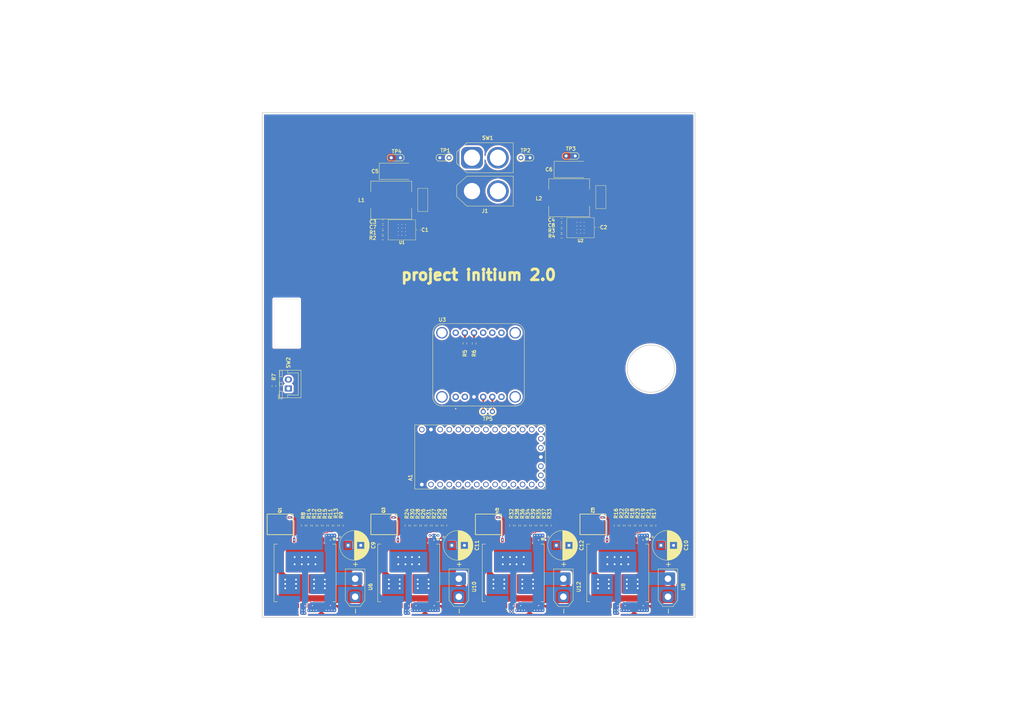
<source format=kicad_pcb>
(kicad_pcb (version 20241229) (generator "pcbnew") (generator_version "9.0")
  (layers (0 "F.Cu" signal) (2 "B.Cu" signal) (13 "F.Paste" user) (15 "B.Paste" user) (5 "F.SilkS" user "F.Silkscreen") (7 "B.SilkS" user "B.Silkscreen") (1 "F.Mask" user) (3 "B.Mask" user) (25 "Edge.Cuts" user))
  (net 0 "")
  (net 2 "/TX (IMU)")
  (net 3 "/Motor 2 IN A")
  (net 4 "/Motor 3 PWM")
  (net 5 "/Motor 4 IN A")
  (net 7 "/Motor 2 IN B")
  (net 9 "GND")
  (net 10 "/Motor 2 PWM")
  (net 15 "/Motor 1 IN B")
  (net 16 "/RX (IMU)")
  (net 17 "/Motor 4 PWM")
  (net 18 "+5V")
  (net 22 "/Motor 4 IN B")
  (net 23 "/Motor 3 IN A")
  (net 24 "/Motor 1 PWM")
  (net 26 "/Motor 3 IN B")
  (net 29 "/Motor 1 IN A")
  (net 32 "+12V")
  (net 33 "Net-(D1-K)")
  (net 34 "Net-(U1-BOOT)")
  (net 35 "Net-(D2-K)")
  (net 36 "Net-(U2-BOOT)")
  (net 37 "+3V3")
  (net 38 "Net-(C9-Pad1)")
  (net 39 "Net-(C10-Pad1)")
  (net 40 "Net-(C11-Pad1)")
  (net 41 "Net-(C12-Pad1)")
  (net 42 "Net-(Q1-G)")
  (net 43 "Net-(Q2-G)")
  (net 44 "Net-(Q3-G)")
  (net 45 "Net-(Q4-G)")
  (net 46 "/Motors Enable")
  (net 47 "Net-(U1-VSENSE)")
  (net 48 "Net-(U2-VSENSE)")
  (net 49 "Net-(U9-ENA{slash}DIAGA)")
  (net 50 "Net-(U9-ENB{slash}DIAGB)")
  (net 51 "Net-(U9-INA)")
  (net 52 "Net-(U9-INB)")
  (net 53 "Net-(U9-PWM)")
  (net 54 "Net-(J1-POS)")
  (net 63 "Net-(U3-P0)")
  (net 64 "Net-(U3-P1)")
  (net 65 "Net-(U5-ENA{slash}DIAGA)")
  (net 66 "Net-(U5-ENB{slash}DIAGB)")
  (net 67 "Net-(U5-INA)")
  (net 68 "Net-(U5-INB)")
  (net 69 "Net-(U5-PWM)")
  (net 70 "Net-(U7-ENA{slash}DIAGA)")
  (net 71 "Net-(U7-ENB{slash}DIAGB)")
  (net 72 "Net-(U7-INA)")
  (net 73 "Net-(U7-INB)")
  (net 74 "Net-(U7-PWM)")
  (net 75 "Net-(U11-ENA{slash}DIAGA)")
  (net 76 "Net-(U11-ENB{slash}DIAGB)")
  (net 77 "Net-(U11-INA)")
  (net 78 "Net-(U11-INB)")
  (net 79 "Net-(U11-PWM)")
  (net 86 "/Motor 1/Motor Out B")
  (net 87 "/Motor 1/Motor Out A")
  (net 90 "/Motor 2/Motor Out B")
  (net 91 "/Motor 2/Motor Out A")
  (net 94 "/Motor 3/Motor Out B")
  (net 95 "/Motor 3/Motor Out A")
  (net 96 "/Motor 4/Motor Out A")
  (net 97 "/Motor 4/Motor Out B")
  (footprint "Resistor_SMD:R_0603_1608Metric" (layer "F.Cu") (at 158.875 151.999292 -90)
    (property "Reference" "R33")
    (property "Value" "3K3")
  )
  (footprint "TestPoint:TestPoint_2Pads_Pitch2.54mm_Drill0.8mm" (layer "F.Cu") (at 163.5 49.5)
    (property "Reference" "TP3")
    (property "Value" "TestPoint_2Pole")
  )
  (footprint "Resistor_SMD:R_0603_1608Metric" (layer "F.Cu") (at 92.125001 151.999291 -90)
    (property "Reference" "R14")
    (property "Value" "1K")
  )
  (footprint "Capacitor_Tantalum_SMD:CP_EIA-7343-15_Kemet-W_Pad2.25x2.55mm_HandSolder" (layer "F.Cu") (at 116.25 53.75)
    (property "Reference" "C5")
    (property "Value" "220u")
  )
  (footprint "TestPoint:TestPoint_2Pads_Pitch2.54mm_Drill0.8mm" (layer "F.Cu") (at 115 50)
    (property "Reference" "TP4")
    (property "Value" "TestPoint_2Pole")
  )
  (footprint "Capacitor_SMD:C_0603_1608Metric" (layer "F.Cu") (at 112.675 69.25)
    (property "Reference" "C7")
    (property "Value" "0.1u")
  )
  (footprint "initium20:8-DFN (5x6)" (layer "F.Cu") (at 112.949999 151.685003 90)
    (property "Reference" "Q3")
    (property "Value" "AON6354")
  )
  (footprint "initium20:8-DFN (5x6)" (layer "F.Cu") (at 141.95 151.684294 90)
    (property "Reference" "Q4")
    (property "Value" "AON6354")
  )
  (footprint "Capacitor_SMD:C_0603_1608Metric" (layer "F.Cu") (at 122.5 70 -90)
    (property "Reference" "C1")
    (property "Value" "10u")
  )
  (footprint "Connector_AMASS:AMASS_XT30UPB-M_1x02_P5.0mm_Vertical" (layer "F.Cu") (at 162.750001 171.749292 90)
    (property "Reference" "U12")
    (property "Value" "XT30UPB-M")
  )
  (footprint "Resistor_SMD:R_0603_1608Metric" (layer "F.Cu") (at 101.125001 151.999291 -90)
    (property "Reference" "R9")
    (property "Value" "3K3")
  )
  (footprint "Capacitor_THT:CP_Radial_D8.0mm_P3.50mm" (layer "F.Cu") (at 189.797349 157.499293)
    (property "Reference" "C10")
    (property "Value" "470u")
  )
  (footprint "Capacitor_THT:CP_Radial_D8.0mm_P3.50mm" (layer "F.Cu") (at 103.047349 157.499292)
    (property "Reference" "C9")
    (property "Value" "470u")
  )
  (footprint "Capacitor_THT:CP_Radial_D8.0mm_P3.50mm" (layer "F.Cu") (at 160.797348 157.499293)
    (property "Reference" "C12")
    (property "Value" "470u")
  )
  (footprint "Resistor_SMD:R_0603_1608Metric" (layer "F.Cu") (at 112.675 72.25 180)
    (property "Reference" "R2")
    (property "Value" "5k9")
  )
  (footprint "Connector_AMASS:AMASS_XT60-M_1x02_P7.20mm_Vertical" (layer "F.Cu") (at 137.4 50)
    (property "Reference" "SW1")
    (property "Value" "SW_SPST")
  )
  (footprint "Resistor_SMD:R_0603_1608Metric" (layer "F.Cu") (at 90.625001 151.999291 -90)
    (property "Reference" "R8")
    (property "Value" "3K3")
  )
  (footprint "Resistor_SMD:R_0603_1608Metric" (layer "F.Cu") (at 181.875 151.999294 -90)
    (property "Reference" "R18")
    (property "Value" "10K")
  )
  (footprint "Connector_AMASS:AMASS_XT30UPB-M_1x02_P5.0mm_Vertical" (layer "F.Cu") (at 105.000001 171.749292 90)
    (property "Reference" "U6")
    (property "Value" "XT30UPB-M")
  )
  (footprint "initium20:8-DFN (5x6)" (layer "F.Cu") (at 170.949999 151.684295 90)
    (property "Reference" "Q2")
    (property "Value" "AON6354")
  )
  (footprint "Resistor_SMD:R_0603_1608Metric" (layer "F.Cu") (at 82.475 113.325 -90)
    (property "Reference" "R7")
    (property "Value" "1K")
  )
  (footprint "Resistor_SMD:R_0603_1608Metric" (layer "F.Cu") (at 162.25 70.25)
    (property "Reference" "R3")
    (property "Value" "10K")
  )
  (footprint "Resistor_SMD:R_0603_1608Metric" (layer "F.Cu") (at 186.375 151.999292 -90)
    (property "Reference" "R21")
    (property "Value" "1K")
  )
  (footprint "Resistor_SMD:R_0603_1608Metric" (layer "F.Cu") (at 151.374999 151.999294 -90)
    (property "Reference" "R36")
    (property "Value" "1K")
  )
  (footprint "initium20:TI_SO-PowerPAD-8" (layer "F.Cu") (at 117.95 70)
    (property "Reference" "U1")
    (property "Value" "TPS5430DDA")
  )
  (footprint "Connector_AMASS:AMASS_XT30UPB-M_1x02_P5.0mm_Vertical" (layer "F.Cu") (at 133.75 171.75 90)
    (property "Reference" "U10")
    (property "Value" "XT30UPB-M")
  )
  (footprint "initium20:DIOM5025X220N" (layer "F.Cu") (at 173.15 60.9 90)
    (property "Reference" "D2" (hide yes))
    (property "Value" "SS54" (hide yes))
  )
  (footprint "initium20:VNH5019ATR-E" (layer "F.Cu") (at 177.85 165.149293 -90)
    (property "Reference" "U7" (hide yes))
    (property "Value" "VNH5019ATR-E" (hide yes))
  )
  (footprint "Resistor_SMD:R_0603_1608Metric" (layer "F.Cu") (at 148.375 151.999293 -90)
    (property "Reference" "R32")
    (property "Value" "3K3")
  )
  (footprint "Capacitor_SMD:C_0603_1608Metric" (layer "F.Cu") (at 162.25 68.75)
    (property "Reference" "C8")
    (property "Value" "0.1u")
  )
  (footprint "Resistor_SMD:R_0603_1608Metric" (layer "F.Cu") (at 119.375 152.000001 -90)
    (property "Reference" "R24")
    (property "Value" "3K3")
  )
  (footprint "Connector_JST:JST_XH_B2B-XH-A_1x02_P2.50mm_Vertical" (layer "F.Cu") (at 86.475 114 90)
    (property "Reference" "SW2")
    (property "Value" "SW_SPST")
  )
  (footprint "initium20:MODULE_4754" (layer "F.Cu") (at 139.23 107.424)
    (property "Reference" "U3")
    (property "Value" "4754")
  )
  (footprint "Resistor_SMD:R_0603_1608Metric" (layer "F.Cu") (at 162.25 71.75 180)
    (property "Reference" "R4")
    (property "Value" "3K24")
  )
  (footprint "Resistor_SMD:R_0603_1608Metric" (layer "F.Cu") (at 95.125 151.999291 -90)
    (property "Reference" "R10")
    (property "Value" "10K")
  )
  (footprint "Resistor_SMD:R_0603_1608Metric" (layer "F.Cu") (at 183.374999 151.999292 -90)
    (property "Reference" "R23")
    (property "Value" "1K")
  )
  (footprint "Resistor_SMD:R_0603_1608Metric" (layer "F.Cu") (at 149.875 151.999294 -90)
    (property "Reference" "R38")
    (property "Value" "1K")
  )
  (footprint "Capacitor_Tantalum_SMD:CP_EIA-7343-15_Kemet-W_Pad2.25x2.55mm_HandSolder" (layer "F.Cu") (at 164.75 53.25)
    (property "Reference" "C6")
    (property "Value" "220u")
  )
  (footprint "Resistor_SMD:R_0603_1608Metric" (layer "F.Cu") (at 180.375 151.999294 -90)
    (property "Reference" "R20")
    (property "Value" "1K")
  )
  (footprint "TestPoint:TestPoint_2Pads_Pitch2.54mm_Drill0.8mm" (layer "F.Cu") (at 140.52 120.409)
    (property "Reference" "TP5")
    (property "Value" "TestPoint_2Pole")
  )
  (footprint "TestPoint:TestPoint_2Pads_Pitch2.54mm_Drill0.8mm" (layer "F.Cu") (at 128.5 50)
    (property "Reference" "TP1")
    (property "Value" "TestPoint_2Pole")
  )
  (footprint "Resistor_SMD:R_0603_1608Metric" (layer "F.Cu") (at 184.874999 151.999293 -90)
    (property "Reference" "R19")
    (property "Value" "1K")
  )
  (footprint "Resistor_SMD:R_0603_1608Metric" (layer "F.Cu") (at 152.875001 151.999294 -90)
    (property "Reference" "R34")
    (property "Value" "10K")
  )
  (footprint "initium20:VNH5019ATR-E" (layer "F.Cu") (at 119.85 165.150001 -90)
    (property "Reference" "U9" (hide yes))
    (property "Value" "VNH5019ATR-E" (hide yes))
  )
  (footprint "Inductor_SMD:L_APV_APH1040" (layer "F.Cu") (at 115 61.75 180)
    (property "Reference" "L1")
    (property "Value" "15uH")
  )
  (footprint "Resistor_SMD:R_0603_1608Metric" (layer "F.Cu") (at 96.625 151.999291 -90)
    (property "Reference" "R15")
    (property "Value" "1K")
  )
  (footprint "Connector_AMASS:AMASS_XT30UPB-M_1x02_P5.0mm_Vertical" (layer "F.Cu") (at 191.75 171.749292 90)
    (property "Reference" "U8")
    (property "Value" "XT30UPB-M")
  )
  (footprint "initium20:pacman" (layer "F.Cu") (at 89.572591 48.25)
    (property "Reference" "U4" (hide yes))
    (property "Value" "~")
  )
  (footprint "Resistor_SMD:R_0603_1608Metric" (layer "F.Cu") (at 122.375 152.000002 -90)
    (property "Reference" "R28")
    (property "Value" "1K")
  )
  (footprint "Resistor_SMD:R_0603_1608Metric" (layer "F.Cu") (at 112.675 70.75)
    (property "Reference" "R1")
    (property "Value" "10K")
  )
  (footprint "Resistor_SMD:R_0603_1608Metric" (layer "F.Cu") (at 125.374998 152.000001 -90)
    (property "Reference" "R31")
    (property "Value" "1K")
  )
  (footprint "Resistor_SMD:R_0603_1608Metric" (layer "F.Cu") (at 123.875 152.000002 -90)
    (property "Reference" "R26")
    (property "Value" "10K")
  )
  (footprint "Capacitor_THT:CP_Radial_D8.0mm_P3.50mm" (layer "F.Cu") (at 131.797347 157.500001)
    (property "Reference" "C11")
    (property "Value" "470u")
  )
  (footprint "Resistor_SMD:R_0603_1608Metric" (layer "F.Cu") (at 155.874999 151.999292 -90)
    (property "Reference" "R35")
    (property "Value" "1K")
  )
  (footprint "Resistor_SMD:R_0603_1608Metric" (layer "F.Cu") (at 154.374999 151.999293 -90)
    (property "Reference" "R39")
    (property "Value" "1K")
  )
  (footprint "Resistor_SMD:R_0603_1608Metric" (layer "F.Cu") (at 187.875 151.999292 -90)
    (property "Reference" "R17")
    (property "Value" "3K3")
  )
  (footprint "Resistor_SMD:R_0603_1608Metric" (layer "F.Cu") (at 178.875 151.999294 -90)
    (property "Reference" "R22")
    (property "Value" "1K")
  )
  (footprint "TestPoint:TestPoint_2Pads_Pitch2.54mm_Drill0.8mm" (layer "F.Cu") (at 153.5 50 180)
    (property "Reference" "TP2")
    (property "Value" "TestPoint_2Pole")
  )
  (footprint "Resistor_SMD:R_0603_1608Metric" (layer "F.Cu") (at 99.625001 151.999291 -90)
    (property "Reference" "R13")
    (property "Value" "1K")
  )
  (footprint "Resistor_SMD:R_0603_1608Metric" (layer "F.Cu") (at 157.375001 151.999292 -90)
    (property "Reference" "R37")
    (property "Value" "1K")
  )
  (footprint "Resistor_SMD:R_0603_1608Metric" (layer "F.Cu") (at 137.98 101.499 90)
    (property "Reference" "R6")
    (property "Value" "R")
  )
  (footprint "initium20:VNH5019ATR-E" (layer "F.Cu") (at 148.85 165.149293 -90)
    (property "Reference" "U11" (hide yes))
    (property "Value" "VNH5019ATR-E" (hide yes))
  )
  (footprint "Resistor_SMD:R_0603_1608Metric" (layer "F.Cu") (at 120.875 152.000002 -90)
    (property "Reference" "R30")
    (property "Value" "1K")
  )
  (footprint "Resistor_SMD:R_0603_1608Metric" (layer "F.Cu") (at 128.375 152 -90)
    (property "Reference" "R29")
    (property "Value" "1K")
  )
  (footprint "Resistor_SMD:R_0603_1608Metric" (layer "F.Cu") (at 177.375001 151.999293 -90)
    (property "Reference" "R16")
    (property "Value" "3K3")
  )
  (footprint "Resistor_SMD:R_0603_1608Metric" (layer "F.Cu") (at 98.125001 151.999291 -90)
    (property "Reference" "R11")
    (property "Value" "1K")
  )
  (footprint "Capacitor_SMD:C_0603_1608Metric" (layer "F.Cu") (at 162.25 67.25 180)
    (property "Reference" "C4")
    (property "Value" "10n")
  )
  (footprint "initium20:DIOM5025X220N" (layer "F.Cu") (at 123.75 61.7 90)
    (property "Reference" "D1" (hide yes))
    (property "Value" "SS54" (hide yes))
  )
  (footprint "Capacitor_SMD:C_0603_1608Metric" (layer "F.Cu") (at 112.675 67.75 180)
    (property "Reference" "C3")
    (property "Value" "10n")
  )
  (footprint "Resistor_SMD:R_0603_1608Metric" (layer "F.Cu") (at 93.625001 151.999291 -90)
    (property "Reference" "R12")
    (property "Value" "1K")
  )
  (footprint "initium20:VNH5019ATR-E" (layer "F.Cu") (at 91.100001 165.149292 -90)
    (property "Reference" "U5" (hide yes))
    (property "Value" "VNH5019ATR-E" (hide yes))
  )
  (footprint "Resistor_SMD:R_0603_1608Metric" (layer "F.Cu") (at 126.874999 152.000002 -90)
    (property "Reference" "R27")
    (property "Value" "1K")
  )
  (footprint "initium20:MODULE_DEV-15583" (layer "F.Cu") (at 140 133 90)
    (property "Reference" "A1")
    (property "Value" "TEENSY_4.0")
  )
  (footprint "Connector_AMASS:AMASS_XT60-M_1x02_P7.20mm_Vertical" (layer "F.Cu") (at 137.4 59.25)
    (property "Reference" "J1")
    (property "Value" "XT60-M")
  )
  (footprint "Resistor_SMD:R_0603_1608Metric" (layer "F.Cu") (at 129.875 152.000002 -90)
    (property "Reference" "R25")
    (property "Value" "3K3")
  )
  (footprint "Capacitor_SMD:C_0603_1608Metric" (layer "F.Cu") (at 172.1 69.3 -90)
    (property "Reference" "C2")
    (property "Value" "10u")
  )
  (footprint "Resistor_SMD:R_0603_1608Metric" (layer "F.Cu") (at 135.44 101.499 -90)
    (property "Reference" "R5")
    (property "Value" "R")
  )
  (footprint "initium20:TI_SO-PowerPAD-8" (layer "F.Cu") (at 167.5 69.4)
    (property "Reference" "U2")
    (property "Value" "TPS5430DDA")
  )
  (footprint "Inductor_SMD:L_APV_APH1040" (layer "F.Cu") (at 164.35 61.1 180)
    (property "Reference" "L2")
    (property "Value" "15uH")
  )
  (footprint "initium20:8-DFN (5x6)" (layer "F.Cu") (at 84.2 151.684291 90)
    (property "Reference" "Q1")
    (property "Value" "AON6354")
  )
  (gr_rect (start 79.25 37.5) (end 199.25 177.5) (stroke (width 0.2)) (fill no) (layer "Edge.Cuts"))
  (gr_circle (center 187 108.5) (end 191.25 113.5) (stroke (width 0.2)) (fill no) (layer "Edge.Cuts"))
  (gr_poly (pts (xy 82.500001 102.5) (xy 82.5 89.25) (xy 89.5 89.25) (xy 89.5 102.5)) (stroke (width 0.05)) (fill no) (layer "Edge.Cuts"))
  (gr_text "project initium 2.0" (at 139.25 82.5 0) (layer "F.SilkS") (effects (font (size 3 3) (thickness 0.75) (bold yes))))
  (segment (start 143.06 116.389) (end 143.06 120.409) (width 0.2) (layer "F.Cu") (net 2))
  (segment (start 187.875 151.174292) (end 186.375 151.174292) (width 0.2) (layer "F.Cu") (net 3))
  (segment (start 158.874999 151.174292) (end 157.375001 151.174292) (width 0.2) (layer "F.Cu") (net 5))
  (segment (start 178.875 151.174292) (end 177.375 151.174292) (width 0.2) (layer "F.Cu") (net 7))
  (via (at 148 176.249292) (size 0.7) (drill 0.3) (layers "F.Cu" "B.Cu") (net 9))
  (via (at 148.75 176.249292) (size 0.7) (drill 0.3) (layers "F.Cu" "B.Cu") (net 9))
  (segment (start 92.125001 151.174292) (end 90.625001 151.174292) (width 0.2) (layer "F.Cu") (net 15))
  (segment (start 140.52 116.389) (end 140.52 120.409) (width 0.2) (layer "F.Cu") (net 16))
  (segment (start 161.55 59.15) (end 159.6 61.1) (width 3) (layer "F.Cu") (net 18))
  (segment (start 161.55 51.45) (end 161.55 53.25) (width 3) (layer "F.Cu") (net 18))
  (segment (start 161 68.75) (end 159.6 67.35) (width 1) (layer "F.Cu") (net 18))
  (segment (start 159.6 67.35) (end 159.6 61.1) (width 1) (layer "F.Cu") (net 18))
  (segment (start 161.475 68.75) (end 161.475 70.2) (width 1) (layer "F.Cu") (net 18))
  (segment (start 161.55 53.25) (end 161.55 59.15) (width 3) (layer "F.Cu") (net 18))
  (segment (start 163.5 49.5) (end 161.55 51.45) (width 3) (layer "F.Cu") (net 18))
  (segment (start 161.475 68.75) (end 161 68.75) (width 1) (layer "F.Cu") (net 18))
  (segment (start 149.874999 151.174292) (end 148.375001 151.174292) (width 0.2) (layer "F.Cu") (net 22))
  (segment (start 129.874998 151.175) (end 128.375 151.175) (width 0.2) (layer "F.Cu") (net 23))
  (segment (start 120.874999 151.175) (end 119.375 151.175) (width 0.2) (layer "F.Cu") (net 26))
  (segment (start 101.125001 151.174292) (end 99.625001 151.174292) (width 0.2) (layer "F.Cu") (net 29))
  (segment (start 170.275 68.765) (end 171.86 68.765) (width 1) (layer "F.Cu") (net 32))
  (segment (start 122.36 69.365) (end 122.5 69.225) (width 1) (layer "F.Cu") (net 32))
  (segment (start 171.86 68.765) (end 172.1 68.525) (width 1) (layer "F.Cu") (net 32))
  (segment (start 120.65 69.365) (end 122.36 69.365) (width 1) (layer "F.Cu") (net 32))
  (via (at 128 154.75) (size 0.7) (drill 0.3) (layers "F.Cu" "B.Cu") (net 32))
  (segment (start 113.45 67.75) (end 114.905 67.75) (width 0.2) (layer "F.Cu") (net 34))
  (segment (start 114.905 67.75) (end 115.25 68.095) (width 0.2) (layer "F.Cu") (net 34))
  (segment (start 163.025 67.25) (end 164.555 67.25) (width 0.2) (layer "F.Cu") (net 36))
  (segment (start 164.555 67.25) (end 164.8 67.495) (width 0.2) (layer "F.Cu") (net 36))
  (segment (start 110.25 68.25) (end 110.25 61.75) (width 1) (layer "F.Cu") (net 37))
  (segment (start 111.9 69.25) (end 111.25 69.25) (width 1) (layer "F.Cu") (net 37))
  (segment (start 113.05 53.75) (end 113.05 51.95) (width 3) (layer "F.Cu") (net 37))
  (segment (start 113.05 51.95) (end 115 50) (width 3) (layer "F.Cu") (net 37))
  (segment (start 113.05 58.95) (end 110.25 61.75) (width 3) (layer "F.Cu") (net 37))
  (segment (start 113.05 53.75) (end 113.05 58.95) (width 3) (layer "F.Cu") (net 37))
  (segment (start 111.9 69.25) (end 111.9 70.7) (width 1) (layer "F.Cu") (net 37))
  (segment (start 111.25 69.25) (end 110.25 68.25) (width 1) (layer "F.Cu") (net 37))
  (via (at 90.25 175.499291) (size 0.7) (drill 0.3) (layers "F.Cu" "B.Cu") (net 38))
  (via (at 91.100001 174.249291) (size 0.7) (drill 0.3) (layers "F.Cu" "B.Cu") (net 38))
  (via (at 90.25 176.249291) (size 0.7) (drill 0.3) (layers "F.Cu" "B.Cu") (net 38))
  (via (at 91.000001 176.249292) (size 0.7) (drill 0.3) (layers "F.Cu" "B.Cu") (net 38))
  (via (at 91 175.499291) (size 0.7) (drill 0.3) (layers "F.Cu" "B.Cu") (net 38))
  (via (at 177.000001 175.499291) (size 0.7) (drill 0.3) (layers "F.Cu" "B.Cu") (net 39))
  (via (at 177.750001 175.499292) (size 0.7) (drill 0.3) (layers "F.Cu" "B.Cu") (net 39))
  (via (at 177.849999 174.249292) (size 0.7) (drill 0.3) (layers "F.Cu" "B.Cu") (net 39))
  (via (at 177.000001 176.249292) (size 0.7) (drill 0.3) (layers "F.Cu" "B.Cu") (net 39))
  (via (at 177.750001 176.249292) (size 0.7) (drill 0.3) (layers "F.Cu" "B.Cu") (net 39))
  (via (at 119.749999 176.25) (size 0.7) (drill 0.3) (layers "F.Cu" "B.Cu") (net 40))
  (via (at 119.000001 175.499999) (size 0.7) (drill 0.3) (layers "F.Cu" "B.Cu") (net 40))
  (via (at 119.749999 175.5) (size 0.7) (drill 0.3) (layers "F.Cu" "B.Cu") (net 40))
  (via (at 119.849999 174.25) (size 0.7) (drill 0.3) (layers "F.Cu" "B.Cu") (net 40))
  (via (at 118.999999 176.25) (size 0.7) (drill 0.3) (layers "F.Cu" "B.Cu") (net 40))
  (via (at 148.85 174.249292) (size 0.7) (drill 0.3) (layers "F.Cu" "B.Cu") (net 41))
  (via (at 148 175.499292) (size 0.7) (drill 0.3) (layers "F.Cu" "B.Cu") (net 41))
  (via (at 148.75 175.499292) (size 0.7) (drill 0.3) (layers "F.Cu" "B.Cu") (net 41))
  (segment (start 88.100001 156.049292) (end 88.100001 155.999291) (width 0.2) (layer "F.Cu") (net 42))
  (via (at 125.75 154.75) (size 0.7) (drill 0.3) (layers "F.Cu" "B.Cu") (net 42))
  (via (at 88.100001 155.999291) (size 0.7) (drill 0.3) (layers "F.Cu" "B.Cu") (net 42))
  (via (at 86.875 149.749292) (size 0.7) (drill 0.3) (layers "F.Cu" "B.Cu") (net 42))
  (segment (start 87.500001 149.749292) (end 86.875 149.749292) (width 0.2) (layer "B.Cu") (net 42))
  (segment (start 88.100001 155.999291) (end 88.100001 150.349292) (width 0.2) (layer "B.Cu") (net 42))
  (segment (start 88.100001 150.349292) (end 87.500001 149.749292) (width 0.2) (layer "B.Cu") (net 42))
  (segment (start 174.849999 156.049293) (end 174.849999 155.999292) (width 0.2) (layer "F.Cu") (net 43))
  (via (at 174.849999 155.999292) (size 0.7) (drill 0.3) (layers "F.Cu" "B.Cu") (net 43))
  (via (at 173.624998 149.749293) (size 0.7) (drill 0.3) (layers "F.Cu" "B.Cu") (net 43))
  (segment (start 174.85 150.349293) (end 174.25 149.749293) (width 0.2) (layer "B.Cu") (net 43))
  (segment (start 174.849999 155.999292) (end 174.85 150.349293) (width 0.2) (layer "B.Cu") (net 43))
  (segment (start 174.25 149.749293) (end 173.624998 149.749293) (width 0.2) (layer "B.Cu") (net 43))
  (segment (start 116.849999 156.050002) (end 116.849998 155.999999) (width 0.2) (layer "F.Cu") (net 44))
  (via (at 116.849998 155.999999) (size 0.7) (drill 0.3) (layers "F.Cu" "B.Cu") (net 44))
  (via (at 115.624998 149.750001) (size 0.7) (drill 0.3) (layers "F.Cu" "B.Cu") (net 44))
  (segment (start 116.849998 155.999999) (end 116.849999 150.350002) (width 0.2) (layer "B.Cu") (net 44))
  (segment (start 116.25 149.750001) (end 115.624998 149.750001) (width 0.2) (layer "B.Cu") (net 44))
  (segment (start 116.849999 150.350002) (end 116.25 149.750001) (width 0.2) (layer "B.Cu") (net 44))
  (segment (start 145.85 156.049293) (end 145.85 155.999292) (width 0.2) (layer "F.Cu") (net 45))
  (via (at 144.624999 149.749293) (size 0.7) (drill 0.3) (layers "F.Cu" "B.Cu") (net 45))
  (via (at 145.85 155.999292) (size 0.7) (drill 0.3) (layers "F.Cu" "B.Cu") (net 45))
  (segment (start 145.85 150.349294) (end 145.249999 149.749293) (width 0.2) (layer "B.Cu") (net 45))
  (segment (start 145.249999 149.749293) (end 144.624999 149.749293) (width 0.2) (layer "B.Cu") (net 45))
  (segment (start 145.85 155.999292) (end 145.85 150.349294) (width 0.2) (layer "B.Cu") (net 45))
  (segment (start 113.5 72.25) (end 114.905 72.25) (width 1) (layer "F.Cu") (net 47))
  (segment (start 113.5 70.75) (end 113.5 72.25) (width 1) (layer "F.Cu") (net 47))
  (segment (start 114.905 72.25) (end 115.25 71.905) (width 1) (layer "F.Cu") (net 47))
  (segment (start 164.355 71.75) (end 164.8 71.305) (width 1) (layer "F.Cu") (net 48))
  (segment (start 163.075 70.25) (end 163.075 71.75) (width 1) (layer "F.Cu") (net 48))
  (segment (start 163.075 71.75) (end 164.355 71.75) (width 1) (layer "F.Cu") (net 48))
  (segment (start 122.849998 155.149999) (end 122.849997 156.05) (width 0.2) (layer "F.Cu") (net 49))
  (segment (start 126.564063 152.825002) (end 125.863064 153.526) (width 0.2) (layer "F.Cu") (net 49))
  (segment (start 125.863064 153.526) (end 125.241098 153.526) (width 0.2) (layer "F.Cu") (net 49))
  (segment (start 125.241098 153.526) (end 124.668099 154.099002) (width 0.2) (layer "F.Cu") (net 49))
  (segment (start 123.901 154.099002) (end 122.849998 155.149999) (width 0.2) (layer "F.Cu") (net 49))
  (segment (start 124.668099 154.099002) (end 123.901 154.099002) (width 0.2) (layer "F.Cu") (net 49))
  (segment (start 126.874999 152.825002) (end 126.564063 152.825002) (width 0.2) (layer "F.Cu") (net 49))
  (segment (start 125.4072 153.927001) (end 124.834201 154.500001) (width 0.2) (layer "F.Cu") (net 51))
  (segment (start 123.849998 154.900001) (end 123.849999 156.05) (width 0.2) (layer "F.Cu") (net 51))
  (segment (start 124.834201 154.500001) (end 124.249997 154.5) (width 0.2) (layer "F.Cu") (net 51))
  (segment (start 127.449998 153.75) (end 126.206163 153.75) (width 0.2) (layer "F.Cu") (net 51))
  (segment (start 128.375 152.825002) (end 127.449998 153.75) (width 0.2) (layer "F.Cu") (net 51))
  (segment (start 126.029164 153.927001) (end 125.4072 153.927001) (width 0.2) (layer "F.Cu") (net 51))
  (segment (start 124.249997 154.5) (end 123.849998 154.900001) (width 0.2) (layer "F.Cu") (net 51))
  (segment (start 126.206163 153.75) (end 126.029164 153.927001) (width 0.2) (layer "F.Cu") (net 51))
  (segment (start 118.499998 154.249999) (end 117.849998 154.899999) (width 0.2) (layer "F.Cu") (net 52))
  (segment (start 120.874998 153.625001) (end 120.249999 154.250001) (width 0.2) (layer "F.Cu") (net 52))
  (segment (start 117.849998 154.899999) (end 117.849998 156.050001) (width 0.2) (layer "F.Cu") (net 52))
  (segment (start 120.875 152.825002) (end 120.874998 153.625001) (width 0.2) (layer "F.Cu") (net 52))
  (segment (start 120.249999 154.250001) (end 118.499998 154.249999) (width 0.2) (layer "F.Cu") (net 52))
  (segment (start 120.85 156.05) (end 120.849999 155.465501) (width 0.2) (layer "F.Cu") (net 53))
  (segment (start 124.501999 153.698001) (end 125.374998 152.824999) (width 0.2) (layer "F.Cu") (net 53))
  (segment (start 120.849999 155.465501) (end 122.6175 153.698001) (width 0.2) (layer "F.Cu") (net 53))
  (segment (start 122.6175 153.698001) (end 124.501999 153.698001) (width 0.2) (layer "F.Cu") (net 53))
  (segment (start 135.44 98.609) (end 135.44 100.674) (width 0.2) (layer "F.Cu") (net 63))
  (segment (start 137.98 98.609) (end 137.98 100.674) (width 0.2) (layer "F.Cu") (net 64))
  (segment (start 96.491101 153.525292) (end 95.9181 154.098292) (width 0.2) (layer "F.Cu") (net 65))
  (segment (start 97.113065 153.525292) (end 96.491101 153.525292) (width 0.2) (layer "F.Cu") (net 65))
  (segment (start 97.814064 152.824292) (end 97.113065 153.525292) (width 0.2) (layer "F.Cu") (net 65))
  (segment (start 94.100001 155.149292) (end 94.100001 156.049292) (width 0.2) (layer "F.Cu") (net 65))
  (segment (start 95.151002 154.098291) (end 94.100001 155.149292) (width 0.2) (layer "F.Cu") (net 65))
  (segment (start 95.9181 154.098292) (end 95.151002 154.098291) (width 0.2) (layer "F.Cu") (net 65))
  (segment (start 98.125001 152.824291) (end 97.814064 152.824292) (width 0.2) (layer "F.Cu") (net 65))
  (segment (start 97.279164 153.926292) (end 96.6572 153.926292) (width 0.2) (layer "F.Cu") (net 67))
  (segment (start 96.6572 153.926292) (end 96.084201 154.499292) (width 0.2) (layer "F.Cu") (net 67))
  (segment (start 97.456165 153.749292) (end 97.279164 153.926292) (width 0.2) (layer "F.Cu") (net 67))
  (segment (start 96.084201 154.499292) (end 95.500001 154.499292) (width 0.2) (layer "F.Cu") (net 67))
  (segment (start 95.100002 154.899291) (end 95.100001 156.049292) (width 0.2) (layer "F.Cu") (net 67))
  (segment (start 98.700001 153.749292) (end 97.456165 153.749292) (width 0.2) (layer "F.Cu") (net 67))
  (segment (start 95.500001 154.499292) (end 95.100002 154.899291) (width 0.2) (layer "F.Cu") (net 67))
  (segment (start 99.625 152.824292) (end 98.700001 153.749292) (width 0.2) (layer "F.Cu") (net 67))
  (segment (start 89.1 154.899291) (end 89.1 156.049292) (width 0.2) (layer "F.Cu") (net 68))
  (segment (start 92.125001 152.82429) (end 92.125 153.624291) (width 0.2) (layer "F.Cu") (net 68))
  (segment (start 89.75 154.249291) (end 89.1 154.899291) (width 0.2) (layer "F.Cu") (net 68))
  (segment (start 91.5 154.249291) (end 89.75 154.249291) (width 0.2) (layer "F.Cu") (net 68))
  (segment (start 92.125 153.624291) (end 91.5 154.249291) (width 0.2) (layer "F.Cu") (net 68))
  (segment (start 93.867501 153.697292) (end 95.752 153.697291) (width 0.2) (layer "F.Cu") (net 69))
  (segment (start 92.100001 156.049292) (end 92.100001 155.464791) (width 0.2) (layer "F.Cu") (net 69))
  (segment (start 92.100001 155.464791) (end 93.867501 153.697292) (width 0.2) (layer "F.Cu") (net 69))
  (segment (start 95.752 153.697291) (end 96.625 152.824293) (width 0.2) (layer "F.Cu") (net 69))
  (segment (start 184.564063 152.824294) (end 183.863064 153.525292) (width 0.2) (layer "F.Cu") (net 70))
  (segment (start 180.849999 155.149292) (end 180.849999 156.049292) (width 0.2) (layer "F.Cu") (net 70))
  (segment (start 182.6681 154.098293) (end 181.900999 154.098292) (width 0.2) (layer "F.Cu") (net 70))
  (segment (start 181.900999 154.098292) (end 180.849999 155.149292) (width 0.2) (layer "F.Cu") (net 70))
  (segment (start 183.2411 153.525292) (end 182.6681 154.098293) (width 0.2) (layer "F.Cu") (net 70))
  (segment (start 183.863064 153.525292) (end 183.2411 153.525292) (width 0.2) (layer "F.Cu") (net 70))
  (segment (start 184.874999 152.824294) (end 184.564063 152.824294) (width 0.2) (layer "F.Cu") (net 70))
  (segment (start 183.4072 153.926293) (end 182.8342 154.499292) (width 0.2) (layer "F.Cu") (net 72))
  (segment (start 182.8342 154.499292) (end 182.249999 154.499292) (width 0.2) (layer "F.Cu") (net 72))
  (segment (start 184.029164 153.926293) (end 183.4072 153.926293) (width 0.2) (layer "F.Cu") (net 72))
  (segment (start 181.849999 154.899292) (end 181.85 156.049292) (width 0.2) (layer "F.Cu") (net 72))
  (segment (start 186.375 152.824295) (end 185.45 153.749292) (width 0.2) (layer "F.Cu") (net 72))
  (segment (start 184.206163 153.749291) (end 184.029164 153.926293) (width 0.2) (layer "F.Cu") (net 72))
  (segment (start 182.249999 154.499292) (end 181.849999 154.899292) (width 0.2) (layer "F.Cu") (net 72))
  (segment (start 185.45 153.749292) (end 184.206163 153.749291) (width 0.2) (layer "F.Cu") (net 72))
  (segment (start 176.499999 154.249292) (end 175.849999 154.899292) (width 0.2) (layer "F.Cu") (net 73))
  (segment (start 178.875 152.824292) (end 178.874999 153.624292) (width 0.2) (layer "F.Cu") (net 73))
  (segment (start 178.249999 154.249293) (end 176.499999 154.249292) (width 0.2) (layer "F.Cu") (net 73))
  (segment (start 178.874999 153.624292) (end 178.249999 154.249293) (width 0.2) (layer "F.Cu") (net 73))
  (segment (start 175.849999 154.899292) (end 175.849999 156.049292) (width 0.2) (layer "F.Cu") (net 73))
  (segment (start 180.6175 153.697293) (end 182.502 153.697292) (width 0.2) (layer "F.Cu") (net 74))
  (segment (start 182.502 153.697292) (end 183.374999 152.824292) (width 0.2) (layer "F.Cu") (net 74))
  (segment (start 178.85 155.464792) (end 180.6175 153.697293) (width 0.2) (layer "F.Cu") (net 74))
  (segment (start 178.85 156.049292) (end 178.85 155.464792) (width 0.2) (layer "F.Cu") (net 74))
  (segment (start 154.241099 153.525292) (end 153.6681 154.098292) (width 0.2) (layer "F.Cu") (net 75))
  (segment (start 152.901 154.098292) (end 151.849999 155.149291) (width 0.2) (layer "F.Cu") (net 75))
  (segment (start 151.849999 155.149291) (end 151.849998 156.049292) (width 0.2) (layer "F.Cu") (net 75))
  (segment (start 153.6681 154.098292) (end 152.901 154.098292) (width 0.2) (layer "F.Cu") (net 75))
  (segment (start 155.564064 152.824293) (end 154.863065 153.525292) (width 0.2) (layer "F.Cu") (net 75))
  (segment (start 154.863065 153.525292) (end 154.241099 153.525292) (width 0.2) (layer "F.Cu") (net 75))
  (segment (start 155.875 152.824291) (end 155.564064 152.824293) (width 0.2) (layer "F.Cu") (net 75))
  (segment (start 154.407201 153.926293) (end 153.8342 154.499292) (width 0.2) (layer "F.Cu") (net 77))
  (segment (start 152.85 154.899292) (end 152.85 156.049292) (width 0.2) (layer "F.Cu") (net 77))
  (segment (start 156.449999 153.749292) (end 155.206164 153.749292) (width 0.2) (layer "F.Cu") (net 77))
  (segment (start 155.029165 153.926293) (end 154.407201 153.926293) (width 0.2) (layer "F.Cu") (net 77))
  (segment (start 153.249998 154.499292) (end 152.85 154.899292) (width 0.2) (layer "F.Cu") (net 77))
  (segment (start 157.375 152.824293) (end 156.449999 153.749292) (width 0.2) (layer "F.Cu") (net 77))
  (segment (start 155.206164 153.749292) (end 155.029165 153.926293) (width 0.2) (layer "F.Cu") (net 77))
  (segment (start 153.8342 154.499292) (end 153.249998 154.499292) (width 0.2) (layer "F.Cu") (net 77))
  (segment (start 149.875 152.824292) (end 149.874999 153.624293) (width 0.2) (layer "F.Cu") (net 78))
  (segment (start 146.849999 154.899291) (end 146.85 156.049292) (width 0.2) (layer "F.Cu") (net 78))
  (segment (start 147.499999 154.249291) (end 146.849999 154.899291) (width 0.2) (layer "F.Cu") (net 78))
  (segment (start 149.874999 153.624293) (end 149.25 154.249292) (width 0.2) (layer "F.Cu") (net 78))
  (segment (start 149.25 154.249292) (end 147.499999 154.249291) (width 0.2) (layer "F.Cu") (net 78))
  (segment (start 149.850001 156.049292) (end 149.85 155.464793) (width 0.2) (layer "F.Cu") (net 79))
  (segment (start 151.6175 153.697293) (end 153.502 153.697291) (width 0.2) (layer "F.Cu") (net 79))
  (segment (start 149.85 155.464793) (end 151.6175 153.697293) (width 0.2) (layer "F.Cu") (net 79))
  (segment (start 153.502 153.697291) (end 154.374999 152.824294) (width 0.2) (layer "F.Cu") (net 79))
  (via (at 99.25 154.749291) (size 0.7) (drill 0.3) (layers "F.Cu" "B.Cu") (net 87))
  (via (at 93.150001 174.199291) (size 0.7) (drill 0.3) (layers "F.Cu" "B.Cu") (net 87))
  (via (at 97.000001 154.74929) (size 0.7) (drill 0.3) (layers "F.Cu" "B.Cu") (net 87))
  (via (at 93.500002 175.499292) (size 0.7) (drill 0.3) (layers "F.Cu" "B.Cu") (net 87))
  (via (at 98.500002 175.499292) (size 0.7) (drill 0.3) (layers "F.Cu" "B.Cu") (net 87))
  (via (at 98.500001 154.749291) (size 0.7) (drill 0.3) (layers "F.Cu" "B.Cu") (net 87))
  (via (at 98.1 156.049292) (size 0.7) (drill 0.3) (layers "F.Cu" "B.Cu") (net 87))
  (via (at 97.750001 175.499292) (size 0.7) (drill 0.3) (layers "F.Cu" "B.Cu") (net 87))
  (via (at 98.150001 174.199291) (size 0.7) (drill 0.3) (layers "F.Cu" "B.Cu") (net 87))
  (via (at 91.999999 175.49929) (size 0.7) (drill 0.3) (layers "F.Cu" "B.Cu") (net 87))
  (via (at 99.25 175.499291) (size 0.7) (drill 0.3) (layers "F.Cu" "B.Cu") (net 87))
  (via (at 92.75 175.499293) (size 0.7) (drill 0.3) (layers "F.Cu" "B.Cu") (net 87))
  (via (at 94.25 175.499291) (size 0.7) (drill 0.3) (layers "F.Cu" "B.Cu") (net 87))
  (via (at 97.750002 154.749291) (size 0.7) (drill 0.3) (layers "F.Cu" "B.Cu") (net 87))
  (via (at 96.999999 175.499291) (size 0.7) (drill 0.3) (layers "F.Cu" "B.Cu") (net 87))
  (via (at 178.749998 175.499292) (size 0.7) (drill 0.3) (layers "F.Cu" "B.Cu") (net 91))
  (via (at 186.000001 154.749292) (size 0.7) (drill 0.3) (layers "F.Cu" "B.Cu") (net 91))
  (via (at 180.999999 175.499292) (size 0.7) (drill 0.3) (layers "F.Cu" "B.Cu") (net 91))
  (via (at 185.249999 154.749292) (size 0.7) (drill 0.3) (layers "F.Cu" "B.Cu") (net 91))
  (via (at 185.250001 175.499292) (size 0.7) (drill 0.3) (layers "F.Cu" "B.Cu") (net 91))
  (via (at 179.9 174.199292) (size 0.7) (drill 0.3) (layers "F.Cu" "B.Cu") (net 91))
  (via (at 184.499999 154.749292) (size 0.7) (drill 0.3) (layers "F.Cu" "B.Cu") (net 91))
  (via (at 186.000001 175.499291) (size 0.7) (drill 0.3) (layers "F.Cu" "B.Cu") (net 91))
  (via (at 184.849999 156.049292) (size 0.7) (drill 0.3) (layers "F.Cu" "B.Cu") (net 91))
  (via (at 180.250001 175.499292) (size 0.7) (drill 0.3) (layers "F.Cu" "B.Cu") (net 91))
  (via (at 183.75 175.499292) (size 0.7) (drill 0.3) (layers "F.Cu" "B.Cu") (net 91))
  (via (at 184.499999 175.499294) (size 0.7) (drill 0.3) (layers "F.Cu" "B.Cu") (net 91))
  (via (at 183.75 154.749292) (size 0.7) (drill 0.3) (layers "F.Cu" "B.Cu") (net 91))
  (via (at 179.499999 175.499295) (size 0.7) (drill 0.3) (layers "F.Cu" "B.Cu") (net 91))
  (via (at 184.9 174.199292) (size 0.7) (drill 0.3) (layers "F.Cu" "B.Cu") (net 91))
  (via (at 126.899999 174.200001) (size 0.7) (drill 0.3) (layers "F.Cu" "B.Cu") (net 95))
  (via (at 120.749997 175.499999) (size 0.7) (drill 0.3) (layers "F.Cu" "B.Cu") (net 95))
  (via (at 126.5 154.75) (size 0.7) (drill 0.3) (layers "F.Cu" "B.Cu") (net 95))
  (via (at 126.500001 175.500003) (size 0.7) (drill 0.3) (layers "F.Cu" "B.Cu") (net 95))
  (via (at 121.499999 175.500003) (size 0.7) (drill 0.3) (layers "F.Cu" "B.Cu") (net 95))
  (via (at 127.25 154.75) (size 0.7) (drill 0.3) (layers "F.Cu" "B.Cu") (net 95))
  (via (at 126.849999 156.05) (size 0.7) (drill 0.3) (layers "F.Cu" "B.Cu") (net 95))
  (via (at 121.9 174.200002) (size 0.7) (drill 0.3) (layers "F.Cu" "B.Cu") (net 95))
  (via (at 127.25 175.5) (size 0.7) (drill 0.3) (layers "F.Cu" "B.Cu") (net 95))
  (via (at 122.249999 175.5) (size 0.7) (drill 0.3) (layers "F.Cu" "B.Cu") (net 95))
  (via (at 127.999999 175.5) (size 0.7) (drill 0.3) (layers "F.Cu" "B.Cu") (net 95))
  (via (at 125.749998 175.5) (size 0.7) (drill 0.3) (layers "F.Cu" "B.Cu") (net 95))
  (via (at 122.999998 175.499999) (size 0.7) (drill 0.3) (layers "F.Cu" "B.Cu") (net 95))
  (via (at 154.749999 175.499292) (size 0.7) (drill 0.3) (layers "F.Cu" "B.Cu") (net 96))
  (via (at 155.85 156.049292) (size 0.7) (drill 0.3) (layers "F.Cu" "B.Cu") (net 96))
  (via (at 155.900001 174.199292) (size 0.7) (drill 0.3) (layers "F.Cu" "B.Cu") (net 96))
  (via (at 155.5 154.749292) (size 0.7) (drill 0.3) (layers "F.Cu" "B.Cu") (net 96))
  (via (at 156.25 175.499292) (size 0.7) (drill 0.3) (layers "F.Cu" "B.Cu") (net 96))
  (via (at 150.899999 174.199292) (size 0.7) (drill 0.3) (layers "F.Cu" "B.Cu") (net 96))
  (via (at 156.25 154.749292) (size 0.7) (drill 0.3) (layers "F.Cu" "B.Cu") (net 96))
  (via (at 157 175.499292) (size 0.7) (drill 0.3) (layers "F.Cu" "B.Cu") (net 96))
  (via (at 154.75 154.749292) (size 0.7) (drill 0.3) (layers "F.Cu" "B.Cu") (net 96))
  (via (at 150.5 175.499294) (size 0.7) (drill 0.3) (layers "F.Cu" "B.Cu") (net 96))
  (via (at 155.500001 175.499293) (size 0.7) (drill 0.3) (layers "F.Cu" "B.Cu") (net 96))
  (via (at 151.999999 175.499291) (size 0.7) (drill 0.3) (layers "F.Cu" "B.Cu") (net 96))
  (via (at 151.25 175.499292) (size 0.7) (drill 0.3) (layers "F.Cu" "B.Cu") (net 96))
  (via (at 149.749998 175.49929) (size 0.7) (drill 0.3) (layers "F.Cu" "B.Cu") (net 96))
  (via (at 157 154.749292) (size 0.7) (drill 0.3) (layers "F.Cu" "B.Cu") (net 96))
  (zone (net 40) (net_name "Net-(C11-Pad1)") (layer "F.Cu") (priority 9) (connect_pads yes (clearance 0.5)) (min_thickness 0.25) (fill yes (thermal_gap 0.5) (thermal_bridge_width 0.5) (smoothing chamfer) (radius 0.25))
    (polygon (pts (xy 120.249999 173.500002) (xy 120.249999 176.750002) (xy 118.499998 176.750001) (xy 118.499998 173.500001)))
  )
  (zone (net 95) (net_name "/Motor 3/Motor Out A") (layer "F.Cu") (priority 5) (connect_pads yes (clearance 0.5)) (min_thickness 0.25) (fill yes (thermal_gap 0.5) (thermal_bridge_width 0.5) (smoothing chamfer) (radius 0.25))
    (polygon (pts (xy 120.249999 175.999999) (xy 123.500001 176.000001) (xy 123.499999 175) (xy 122.25 175) (xy 122.249999 173.500001) (xy 121.499999 173.500001) (xy 121.499998 175) (xy 120.249999 175)))
  )
  (zone (net 91) (net_name "/Motor 2/Motor Out A") (layer "F.Cu") (priority 5) (connect_pads yes (clearance 0.5)) (min_thickness 0.25) (fill yes (thermal_gap 0.5) (thermal_bridge_width 0.5) (smoothing chamfer) (radius 0.25))
    (polygon (pts (xy 178.25 175.999292) (xy 181.500001 175.999293) (xy 181.500001 174.999292) (xy 180.25 174.999292) (xy 180.25 173.499294) (xy 179.499999 173.499293) (xy 179.5 174.999292) (xy 178.25 174.999293)))
  )
  (zone (net 40) (net_name "Net-(C11-Pad1)") (layer "F.Cu") (priority 4) (connect_pads yes (clearance 0.5)) (min_thickness 0.25) (fill yes (thermal_gap 0.5) (thermal_bridge_width 0.5) (smoothing chamfer) (radius 0.25))
    (polygon (pts (xy 132.999999 156.250001) (xy 132.999999 165) (xy 114.5 165) (xy 114.499999 155.000001) (xy 115.499999 155.000001) (xy 115.499998 157) (xy 124.249997 157) (xy 124.249998 155.000002) (xy 125.250001 155.000001) (xy 125.250001 157.000001) (xy 127.499997 157) (xy 127.499998 156.250001)))
  )
  (zone (net 41) (net_name "Net-(C12-Pad1)") (layer "F.Cu") (priority 1) (connect_pads yes (clearance 0.5)) (min_thickness 0.25) (fill yes (thermal_gap 0.5) (thermal_bridge_width 0.5) (smoothing chamfer) (radius 0.25))
    (polygon (pts (xy 143.25 149.749292) (xy 140 149.749292) (xy 139.999999 149.249292) (xy 138.5 149.249291) (xy 138.5 153.999291) (xy 140 153.999292) (xy 140 154.999293) (xy 143.5 154.999291) (xy 143.5 156.749292) (xy 144.25 156.749292) (xy 144.25 154.499292) (xy 143.25 154.499292)))
  )
  (zone (net 96) (net_name "/Motor 4/Motor Out A") (layer "F.Cu") (priority 5) (connect_pads yes (clearance 0.5)) (min_thickness 0.25) (fill yes (thermal_gap 0.5) (thermal_bridge_width 0.5) (smoothing chamfer) (radius 0.25))
    (polygon (pts (xy 154.25 175.999291) (xy 157.500001 175.999293) (xy 157.5 174.999292) (xy 156.25 174.999293) (xy 156.25 173.499292) (xy 155.5 173.499292) (xy 155.500001 174.999292) (xy 154.25 174.999292)))
  )
  (zone (net 32) (net_name "+12V") (layer "F.Cu") (connect_pads yes (clearance 0.5)) (min_thickness 0.25) (fill yes (thermal_gap 0.5) (thermal_bridge_width 0.5) (smoothing chamfer) (radius 0.25))
    (polygon (pts (xy 145.25 156.749292) (xy 144.25 156.749292) (xy 144.25 154.499292) (xy 143.749999 154.499292) (xy 143.75 150.499293) (xy 145.5 150.499293) (xy 145.5 155.249293) (xy 145.25 155.249292)))
  )
  (zone (net 39) (net_name "Net-(C10-Pad1)") (layer "F.Cu") (priority 4) (connect_pads yes (clearance 0.5)) (min_thickness 0.25) (fill yes (thermal_gap 0.5) (thermal_bridge_width 0.5) (smoothing chamfer) (radius 0.25))
    (polygon (pts (xy 191 156.249292) (xy 191 164.999293) (xy 172.500001 164.999292) (xy 172.5 154.999292) (xy 173.499999 154.999294) (xy 173.5 156.999292) (xy 182.249999 156.999292) (xy 182.250001 154.999293) (xy 183.25 154.999292) (xy 183.25 156.999292) (xy 185.499999 156.999292) (xy 185.499999 156.249294)))
  )
  (zone (net 97) (net_name "/Motor 4/Motor Out B") (layer "F.Cu") (priority 3) (connect_pads yes (clearance 0.5)) (min_thickness 0.25) (fill yes (thermal_gap 0.5) (thermal_bridge_width 0.5) (smoothing chamfer) (radius 0.25))
    (polygon (pts (xy 164.75 168.499292) (xy 164.750001 173.499293) (xy 147.25 173.499292) (xy 147.25 174.999293) (xy 146.500001 174.999292) (xy 146.5 173.499292) (xy 142.25 173.499292) (xy 142.250001 174.999292) (xy 141.5 174.999293) (xy 141.5 169.999293) (xy 141.5 164.999292) (xy 141.5 155.249293) (xy 142.25 155.249293) (xy 142.25 156.749292) (xy 143.5 156.749292) (xy 143.5 164.999292) (xy 149.749999 164.999293) (xy 149.75 170.999291) (xy 156.25 170.999291) (xy 156.25 168.499291)))
  )
  (zone (net 40) (net_name "Net-(C11-Pad1)") (layer "F.Cu") (priority 1) (connect_pads yes (clearance 0.5)) (min_thickness 0.25) (fill yes (thermal_gap 0.5) (thermal_bridge_width 0.5) (smoothing chamfer) (radius 0.25))
    (polygon (pts (xy 114.250001 149.750001) (xy 110.999999 149.750001) (xy 110.999998 149.25) (xy 109.5 149.25) (xy 109.499999 153.999999) (xy 111 154.000002) (xy 111 155.000001) (xy 114.499999 155.000001) (xy 114.5 156.75) (xy 115.25 156.75) (xy 115.249999 154.5) (xy 114.249999 154.5)))
  )
  (zone (net 38) (net_name "Net-(C9-Pad1)") (layer "F.Cu") (priority 4) (connect_pads yes (clearance 0.5)) (min_thickness 0.25) (fill yes (thermal_gap 0.5) (thermal_bridge_width 0.5) (smoothing chamfer) (radius 0.25))
    (polygon (pts (xy 104.250001 156.249291) (xy 104.250001 164.999292) (xy 85.75 164.999291) (xy 85.75 154.999291) (xy 86.750001 154.999291) (xy 86.750001 156.999292) (xy 95.500001 156.999292) (xy 95.500001 154.999292) (xy 96.500001 154.999291) (xy 96.500001 156.999292) (xy 98.75 156.999291) (xy 98.75 156.249292)))
  )
  (zone (net 38) (net_name "Net-(C9-Pad1)") (layer "F.Cu") (priority 9) (connect_pads yes (clearance 0.5)) (min_thickness 0.25) (fill yes (thermal_gap 0.5) (thermal_bridge_width 0.5) (smoothing chamfer) (radius 0.25))
    (polygon (pts (xy 91.5 173.499292) (xy 91.5 176.749292) (xy 89.75 176.749292) (xy 89.75 173.499292)))
  )
  (zone (net 95) (net_name "/Motor 3/Motor Out A") (layer "F.Cu") (priority 5) (connect_pads yes (clearance 0.5)) (min_thickness 0.25) (fill yes (thermal_gap 0.5) (thermal_bridge_width 0.5) (smoothing chamfer) (radius 0.25))
    (polygon (pts (xy 128.499999 154.250001) (xy 125.250001 154.250001) (xy 125.250001 155.25) (xy 126.500001 155.250002) (xy 126.5 156.750001) (xy 127.249998 156.750001) (xy 127.249999 155.250002) (xy 128.499999 155.25)))
  )
  (zone (net 35) (net_name "Net-(D2-K)") (layer "F.Cu") (priority 11) (connect_pads yes (clearance 0.5)) (min_thickness 0.25) (fill yes (thermal_gap 0.5) (thermal_bridge_width 0.5) (smoothing chamfer) (radius 0.25))
    (polygon (pts (xy 161 67.75) (xy 161.75 67.75) (xy 161.75 66.75) (xy 169.5 66.75) (xy 169.5 67.75) (xy 171 67.75) (xy 171 66.75) (xy 174 66.75) (xy 174 61.75) (xy 171.25 61.75) (xy 171.25 59) (xy 167 59) (xy 167 63.75) (xy 161 63.75)))
  )
  (zone (net 96) (net_name "/Motor 4/Motor Out A") (layer "F.Cu") (priority 5) (connect_pads yes (clearance 0.5)) (min_thickness 0.25) (fill yes (thermal_gap 0.5) (thermal_bridge_width 0.5) (smoothing chamfer) (radius 0.25))
    (polygon (pts (xy 157.5 154.249292) (xy 154.25 154.249292) (xy 154.25 155.249292) (xy 155.500001 155.249292) (xy 155.499999 156.749293) (xy 156.25 156.749292) (xy 156.25 155.249293) (xy 157.5 155.249292)))
  )
  (zone (net 94) (net_name "/Motor 3/Motor Out B") (layer "F.Cu") (priority 3) (connect_pads yes (clearance 0.5)) (min_thickness 0.25) (fill yes (thermal_gap 0.5) (thermal_bridge_width 0.5) (smoothing chamfer) (radius 0.25))
    (polygon (pts (xy 135.749999 168.5) (xy 135.75 173.500001) (xy 118.249999 173.500001) (xy 118.249999 175.000002) (xy 117.499997 175) (xy 117.500001 173.500001) (xy 113.249999 173.500001) (xy 113.25 175) (xy 112.499999 175.000002) (xy 112.499999 170.000002) (xy 112.499999 165) (xy 112.499999 155.250002) (xy 113.249999 155.250002) (xy 113.249999 156.75) (xy 114.5 156.75) (xy 114.5 165) (xy 120.75 165.000001) (xy 120.75 171.000002) (xy 127.249999 171.000001) (xy 127.249999 168.499999)))
  )
  (zone (net 86) (net_name "/Motor 1/Motor Out B") (layer "F.Cu") (priority 3) (connect_pads yes (clearance 0.5)) (min_thickness 0.25) (fill yes (thermal_gap 0.5) (thermal_bridge_width 0.5) (smoothing chamfer) (radius 0.25))
    (polygon (pts (xy 107.000001 168.499292) (xy 107 173.499292) (xy 89.500001 173.499291) (xy 89.500001 174.999292) (xy 88.750002 174.999292) (xy 88.750001 173.499292) (xy 84.5 173.499291) (xy 84.500001 174.999292) (xy 83.750001 174.999292) (xy 83.750001 169.999292) (xy 83.750001 164.999292) (xy 83.750001 155.249292) (xy 84.5 155.249292) (xy 84.5 156.749292) (xy 85.75 156.749291) (xy 85.75 164.999291) (xy 92.000001 164.999292) (xy 92.000001 170.999292) (xy 98.500001 170.999291) (xy 98.500001 168.499291)))
  )
  (zone (net 32) (net_name "+12V") (layer "F.Cu") (connect_pads yes (clearance 0.5)) (min_thickness 0.25) (fill yes (thermal_gap 0.5) (thermal_bridge_width 0.5) (smoothing chamfer) (radius 0.25))
    (polygon (pts (xy 87.500002 156.749291) (xy 86.5 156.749291) (xy 86.500001 154.499292) (xy 86.000001 154.499292) (xy 86.000001 150.499292) (xy 87.750001 150.499292) (xy 87.750001 155.249291) (xy 87.500001 155.249291)))
  )
  (zone (net 95) (net_name "/Motor 3/Motor Out A") (layer "F.Cu") (priority 5) (connect_pads yes (clearance 0.5)) (min_thickness 0.25) (fill yes (thermal_gap 0.5) (thermal_bridge_width 0.5) (smoothing chamfer) (radius 0.25))
    (polygon (pts (xy 125.250001 175.999999) (xy 128.500001 176.000001) (xy 128.499999 175) (xy 127.249999 175.000002) (xy 127.249999 173.500001) (xy 126.500001 173.500001) (xy 126.499997 175) (xy 125.250001 175.000001)))
  )
  (zone (net 32) (net_name "+12V") (layer "F.Cu") (connect_pads yes (clearance 0.5)) (min_thickness 0.25) (fill yes (thermal_gap 0.5) (thermal_bridge_width 0.5) (smoothing chamfer) (radius 0.25))
    (polygon (pts (xy 116.250001 156.750001) (xy 115.25 156.75) (xy 115.249999 154.5) (xy 114.749998 154.5) (xy 114.75 150.500001) (xy 116.5 150.500001) (xy 116.499999 155.250001) (xy 116.25 155.250001)))
  )
  (zone (net 33) (net_name "Net-(D1-K)") (layer "F.Cu") (priority 10) (connect_pads yes (clearance 0.5)) (min_thickness 0.25) (fill yes (thermal_gap 0.5) (thermal_bridge_width 0.5) (smoothing chamfer) (radius 0.25))
    (polygon (pts (xy 111.5 68.25) (xy 112.25 68.25) (xy 112.25 67.25) (xy 119.75 67.25) (xy 119.75 68.5) (xy 124.5 68.5) (xy 124.5 62.5) (xy 122 62.5) (xy 122 59.5) (xy 117.35 59.5) (xy 117.35 64.25) (xy 111.5 64.25)))
  )
  (zone (net 41) (net_name "Net-(C12-Pad1)") (layer "F.Cu") (priority 9) (connect_pads yes (clearance 0.5)) (min_thickness 0.25) (fill yes (thermal_gap 0.5) (thermal_bridge_width 0.5) (smoothing chamfer) (radius 0.25))
    (polygon (pts (xy 149.25 173.499294) (xy 149.25 176.749294) (xy 147.499999 176.749293) (xy 147.499999 173.499293)))
  )
  (zone (net 38) (net_name "Net-(C9-Pad1)") (layer "F.Cu") (priority 1) (connect_pads yes (clearance 0.5)) (min_thickness 0.25) (fill yes (thermal_gap 0.5) (thermal_bridge_width 0.5) (smoothing chamfer) (radius 0.25))
    (polygon (pts (xy 85.500001 149.749292) (xy 82.250001 149.749292) (xy 82.250001 149.249292) (xy 80.750001 149.249292) (xy 80.750001 153.999291) (xy 82.250001 153.99929) (xy 82.250001 154.999292) (xy 85.75 154.999291) (xy 85.75 156.749291) (xy 86.5 156.749291) (xy 86.500001 154.499292) (xy 85.500001 154.499291)))
  )
  (zone (net 96) (net_name "/Motor 4/Motor Out A") (layer "F.Cu") (priority 5) (connect_pads yes (clearance 0.5)) (min_thickness 0.25) (fill yes (thermal_gap 0.5) (thermal_bridge_width 0.5) (smoothing chamfer) (radius 0.25))
    (polygon (pts (xy 149.25 175.999291) (xy 152.500001 175.999293) (xy 152.5 174.999292) (xy 151.250001 174.999292) (xy 151.25 173.499292) (xy 150.5 173.499292) (xy 150.499999 174.999292) (xy 149.25 174.999292)))
  )
  (zone (net 39) (net_name "Net-(C10-Pad1)") (layer "F.Cu") (priority 1) (connect_pads yes (clearance 0.5)) (min_thickness 0.25) (fill yes (thermal_gap 0.5) (thermal_bridge_width 0.5) (smoothing chamfer) (radius 0.25))
    (polygon (pts (xy 172.25 149.749292) (xy 169 149.749292) (xy 169 149.249292) (xy 167.5 149.249292) (xy 167.5 153.999292) (xy 169 153.999292) (xy 169 154.999293) (xy 172.5 154.999292) (xy 172.499999 156.749293) (xy 173.250001 156.749292) (xy 173.250001 154.499292) (xy 172.249999 154.499292)))
  )
  (zone (net 91) (net_name "/Motor 2/Motor Out A") (layer "F.Cu") (priority 5) (connect_pads yes (clearance 0.5)) (min_thickness 0.25) (fill yes (thermal_gap 0.5) (thermal_bridge_width 0.5) (smoothing chamfer) (radius 0.25))
    (polygon (pts (xy 186.499999 154.249293) (xy 183.25 154.249293) (xy 183.25 155.249293) (xy 184.499999 155.249293) (xy 184.5 156.749293) (xy 185.25 156.749293) (xy 185.249999 155.249294) (xy 186.5 155.249293)))
  )
  (zone (net 90) (net_name "/Motor 2/Motor Out B") (layer "F.Cu") (priority 3) (connect_pads yes (clearance 0.5)) (min_thickness 0.25) (fill yes (thermal_gap 0.5) (thermal_bridge_width 0.5) (smoothing chamfer) (radius 0.25))
    (polygon (pts (xy 193.750001 168.499292) (xy 193.75 173.499293) (xy 176.249999 173.499293) (xy 176.249999 174.999293) (xy 175.499999 174.999292) (xy 175.5 173.499292) (xy 171.25 173.499294) (xy 171.25 174.999292) (xy 170.499999 174.999293) (xy 170.499999 169.999294) (xy 170.5 164.999293) (xy 170.499999 155.249294) (xy 171.249999 155.249294) (xy 171.25 156.749293) (xy 172.499999 156.749293) (xy 172.500001 164.999292) (xy 178.75 164.999293) (xy 178.75 170.999292) (xy 185.25 170.999292) (xy 185.25 168.499292)))
  )
  (zone (net 87) (net_name "/Motor 1/Motor Out A") (layer "F.Cu") (priority 5) (connect_pads yes (clearance 0.5)) (min_thickness 0.25) (fill yes (thermal_gap 0.5) (thermal_bridge_width 0.5) (smoothing chamfer) (radius 0.25))
    (polygon (pts (xy 91.5 175.99929) (xy 94.750002 175.999292) (xy 94.750001 174.999292) (xy 93.500001 174.999292) (xy 93.5 173.499291) (xy 92.75 173.499291) (xy 92.750001 174.999292) (xy 91.5 174.999291)))
  )
  (zone (net 87) (net_name "/Motor 1/Motor Out A") (layer "F.Cu") (priority 5) (connect_pads yes (clearance 0.5)) (min_thickness 0.25) (fill yes (thermal_gap 0.5) (thermal_bridge_width 0.5) (smoothing chamfer) (radius 0.25))
    (polygon (pts (xy 96.500001 175.99929) (xy 99.750002 175.999292) (xy 99.750001 174.999292) (xy 98.500001 174.999292) (xy 98.500001 173.499291) (xy 97.750001 173.499292) (xy 97.750002 174.999292) (xy 96.500001 174.999292)))
  )
  (zone (net 91) (net_name "/Motor 2/Motor Out A") (layer "F.Cu") (priority 5) (connect_pads yes (clearance 0.5)) (min_thickness 0.25) (fill yes (thermal_gap 0.5) (thermal_bridge_width 0.5) (smoothing chamfer) (radius 0.25))
    (polygon (pts (xy 183.25 175.999292) (xy 186.500002 175.999293) (xy 186.499999 174.999292) (xy 185.249999 174.999293) (xy 185.249999 173.499293) (xy 184.5 173.499293) (xy 184.499999 174.999292) (xy 183.25 174.999292)))
  )
  (zone (net 41) (net_name "Net-(C12-Pad1)") (layer "F.Cu") (priority 4) (connect_pads yes (clearance 0.5)) (min_thickness 0.25) (fill yes (thermal_gap 0.5) (thermal_bridge_width 0.5) (smoothing chamfer) (radius 0.25))
    (polygon (pts (xy 162 156.249291) (xy 162 164.999292) (xy 143.5 164.999292) (xy 143.5 154.999291) (xy 144.5 154.999292) (xy 144.499999 156.999292) (xy 153.249998 156.999292) (xy 153.249999 154.999294) (xy 154.25 154.999291) (xy 154.25 156.999292) (xy 156.499999 156.999291) (xy 156.499999 156.249293)))
  )
  (zone (net 39) (net_name "Net-(C10-Pad1)") (layer "F.Cu") (priority 9) (connect_pads yes (clearance 0.5)) (min_thickness 0.25) (fill yes (thermal_gap 0.5) (thermal_bridge_width 0.5) (smoothing chamfer) (radius 0.25))
    (polygon (pts (xy 178.25 173.499293) (xy 178.25 176.749293) (xy 176.499999 176.749294) (xy 176.499999 173.499294)))
  )
  (zone (net 32) (net_name "+12V") (layer "F.Cu") (connect_pads yes (clearance 0.5)) (min_thickness 0.25) (fill yes (thermal_gap 0.5) (thermal_bridge_width 0.5) (smoothing chamfer) (radius 0.25))
    (polygon (pts (xy 174.249999 156.749292) (xy 173.250001 156.749292) (xy 173.250001 154.499292) (xy 172.75 154.499292) (xy 172.750001 150.499293) (xy 174.5 150.499294) (xy 174.5 155.249292) (xy 174.25 155.249292)))
  )
  (zone (net 87) (net_name "/Motor 1/Motor Out A") (layer "F.Cu") (priority 5) (connect_pads yes (clearance 0.5)) (min_thickness 0.25) (fill yes (thermal_gap 0.5) (thermal_bridge_width 0.5) (smoothing chamfer) (radius 0.25))
    (polygon (pts (xy 99.750001 154.249291) (xy 96.500002 154.249291) (xy 96.500001 155.249291) (xy 97.750001 155.249291) (xy 97.750001 156.749292) (xy 98.500001 156.749292) (xy 98.500001 155.249292) (xy 99.750001 155.249291)))
  )
  (zone (net 9) (net_name "GND") (layers "F.Cu" "B.Cu") (connect_pads yes (clearance 0.5)) (min_thickness 0.25) (fill yes (thermal_gap 0.5) (thermal_bridge_width 0.5) (smoothing chamfer) (radius 0.25))
    (polygon (pts (xy 6.5 6.25) (xy 290.5 6.25) (xy 290.5 206.25) (xy 6.5 206.25)))
  )
  (zone (net 91) (net_name "/Motor 2/Motor Out A") (layers "F.Cu" "B.Cu") (priority 2) (connect_pads yes (clearance 0.5)) (min_thickness 0.25) (fill yes (thermal_gap 0.5) (thermal_bridge_width 0.5) (smoothing chamfer) (radius 0.25))
    (polygon (pts (xy 193.750001 164.999292) (xy 178.75 164.999293) (xy 178.75 170.999292) (xy 185.25 170.999292) (xy 185.25 168.499292) (xy 193.750001 168.499292)))
  )
  (zone (net 95) (net_name "/Motor 3/Motor Out A") (layers "F.Cu" "B.Cu") (priority 2) (connect_pads yes (clearance 0.5)) (min_thickness 0.25) (fill yes (thermal_gap 0.5) (thermal_bridge_width 0.5) (smoothing chamfer) (radius 0.25))
    (polygon (pts (xy 135.75 165) (xy 120.75 165.000001) (xy 120.75 171.000002) (xy 127.249999 171.000001) (xy 127.249999 168.499999) (xy 135.749999 168.5)))
  )
  (zone (net 96) (net_name "/Motor 4/Motor Out A") (layers "F.Cu" "B.Cu") (priority 2) (connect_pads yes (clearance 0.5)) (min_thickness 0.25) (fill yes (thermal_gap 0.5) (thermal_bridge_width 0.5) (smoothing chamfer) (radius 0.25))
    (polygon (pts (xy 164.75 164.999292) (xy 149.749999 164.999293) (xy 149.75 170.999291) (xy 156.25 170.999291) (xy 156.25 168.499291) (xy 164.75 168.499292)))
  )
  (zone (net 87) (net_name "/Motor 1/Motor Out A") (layers "F.Cu" "B.Cu") (priority 2) (connect_pads yes (clearance 0.5)) (min_thickness 0.25) (fill yes (thermal_gap 0.5) (thermal_bridge_width 0.5) (smoothing chamfer) (radius 0.25))
    (polygon (pts (xy 107 164.999291) (xy 92.000001 164.999292) (xy 92.000001 170.999292) (xy 98.500001 170.999291) (xy 98.500001 168.499291) (xy 107.000001 168.499292)))
  )
  (zone (net 95) (net_name "/Motor 3/Motor Out A") (layer "B.Cu") (priority 6) (connect_pads yes (clearance 0.5)) (min_thickness 0.25) (fill yes (thermal_gap 0.5) (thermal_bridge_width 0.5) (smoothing chamfer) (radius 0.25))
    (polygon (pts (xy 128.499999 154.250001) (xy 125.250001 154.250001) (xy 125.25 173.249999) (xy 120.249999 173.249998) (xy 120.249999 176.000002) (xy 128.499998 176.000001)))
  )
  (zone (net 97) (net_name "/Motor 4/Motor Out B") (layer "B.Cu") (priority 7) (connect_pads yes (clearance 0.5)) (min_thickness 0.25) (fill yes (thermal_gap 0.5) (thermal_bridge_width 0.5) (smoothing chamfer) (radius 0.25))
    (polygon (pts (xy 147.75 165.499293) (xy 141.5 165.499292) (xy 141.5 170.999291) (xy 147.75 170.999293)))
  )
  (zone (net 96) (net_name "/Motor 4/Motor Out A") (layer "B.Cu") (priority 6) (connect_pads yes (clearance 0.5)) (min_thickness 0.25) (fill yes (thermal_gap 0.5) (thermal_bridge_width 0.5) (smoothing chamfer) (radius 0.25))
    (polygon (pts (xy 157.5 154.249292) (xy 154.25 154.249292) (xy 154.25 173.249292) (xy 149.25 173.249292) (xy 149.249999 175.999293) (xy 157.499999 175.999293)))
  )
  (zone (net 39) (net_name "Net-(C10-Pad1)") (layer "B.Cu") (priority 8) (connect_pads yes (clearance 0.5)) (min_thickness 0.25) (fill yes (thermal_gap 0.5) (thermal_bridge_width 0.5) (smoothing chamfer) (radius 0.25))
    (polygon (pts (xy 182.999999 159.249292) (xy 182.999999 164.999292) (xy 178.75 164.999293) (xy 178.75 173.499293) (xy 178.25 173.499293) (xy 178.25 176.749293) (xy 176.499999 176.749294) (xy 176.499999 173.499294) (xy 176.999999 173.499293) (xy 177 164.999293) (xy 172.500001 164.999292) (xy 172.5 159.249292)))
  )
  (zone (net 91) (net_name "/Motor 2/Motor Out A") (layer "B.Cu") (priority 6) (connect_pads yes (clearance 0.5)) (min_thickness 0.25) (fill yes (thermal_gap 0.5) (thermal_bridge_width 0.5) (smoothing chamfer) (radius 0.25))
    (polygon (pts (xy 186.499999 154.249293) (xy 183.25 154.249293) (xy 183.249999 173.249293) (xy 178.25 173.249291) (xy 178.25 175.999293) (xy 186.5 175.999293)))
  )
  (zone (net 40) (net_name "Net-(C11-Pad1)") (layer "B.Cu") (priority 8) (connect_pads yes (clearance 0.5)) (min_thickness 0.25) (fill yes (thermal_gap 0.5) (thermal_bridge_width 0.5) (smoothing chamfer) (radius 0.25))
    (polygon (pts (xy 124.999998 159.249999) (xy 124.999998 164.999999) (xy 120.75 165.000001) (xy 120.750001 173.500001) (xy 120.249999 173.500002) (xy 120.249999 176.750002) (xy 118.499998 176.750001) (xy 118.499998 173.500001) (xy 118.999999 173.500001) (xy 118.999999 165) (xy 114.5 165) (xy 114.5 159.25)))
  )
  (zone (net 86) (net_name "/Motor 1/Motor Out B") (layer "B.Cu") (priority 7) (connect_pads yes (clearance 0.5)) (min_thickness 0.25) (fill yes (thermal_gap 0.5) (thermal_bridge_width 0.5) (smoothing chamfer) (radius 0.25))
    (polygon (pts (xy 90.000001 165.499293) (xy 83.750001 165.499291) (xy 83.750001 170.999291) (xy 90.000001 170.999292)))
  )
  (zone (net 41) (net_name "Net-(C12-Pad1)") (layer "B.Cu") (priority 8) (connect_pads yes (clearance 0.5)) (min_thickness 0.25) (fill yes (thermal_gap 0.5) (thermal_bridge_width 0.5) (smoothing chamfer) (radius 0.25))
    (polygon (pts (xy 153.999999 159.249291) (xy 153.999999 164.999291) (xy 149.749999 164.999293) (xy 149.75 173.499292) (xy 149.25 173.499294) (xy 149.25 176.749294) (xy 147.499999 176.749293) (xy 147.499999 173.499293) (xy 148 173.499292) (xy 148 164.999292) (xy 143.5 164.999292) (xy 143.5 159.249292)))
  )
  (zone (net 94) (net_name "/Motor 3/Motor Out B") (layer "B.Cu") (priority 7) (connect_pads yes (clearance 0.5)) (min_thickness 0.25) (fill yes (thermal_gap 0.5) (thermal_bridge_width 0.5) (smoothing chamfer) (radius 0.25))
    (polygon (pts (xy 118.749997 165.5) (xy 112.499999 165.5) (xy 112.499999 171.000001) (xy 118.75 171.000001)))
  )
  (zone (net 90) (net_name "/Motor 2/Motor Out B") (layer "B.Cu") (priority 7) (connect_pads yes (clearance 0.5)) (min_thickness 0.25) (fill yes (thermal_gap 0.5) (thermal_bridge_width 0.5) (smoothing chamfer) (radius 0.25))
    (polygon (pts (xy 176.749999 165.499292) (xy 170.5 165.499293) (xy 170.5 170.999292) (xy 176.75 170.999293)))
  )
  (zone (net 87) (net_name "/Motor 1/Motor Out A") (layer "B.Cu") (priority 6) (connect_pads yes (clearance 0.5)) (min_thickness 0.25) (fill yes (thermal_gap 0.5) (thermal_bridge_width 0.5) (smoothing chamfer) (radius 0.25))
    (polygon (pts (xy 99.750001 154.249291) (xy 96.500002 154.249291) (xy 96.500002 173.249291) (xy 91.5 173.249291) (xy 91.5 175.999292) (xy 99.750001 175.999292)))
  )
  (zone (net 38) (net_name "Net-(C9-Pad1)") (layer "B.Cu") (priority 8) (connect_pads yes (clearance 0.5)) (min_thickness 0.25) (fill yes (thermal_gap 0.5) (thermal_bridge_width 0.5) (smoothing chamfer) (radius 0.25))
    (polygon (pts (xy 96.25 159.249291) (xy 96.25 164.999291) (xy 92.000001 164.999292) (xy 92.000002 173.499291) (xy 91.5 173.499292) (xy 91.5 176.749292) (xy 89.75 176.749292) (xy 89.75 173.499292) (xy 90.25 173.499291) (xy 90.25 164.999292) (xy 85.75 164.999291) (xy 85.75 159.249291)))
  )
)
</source>
